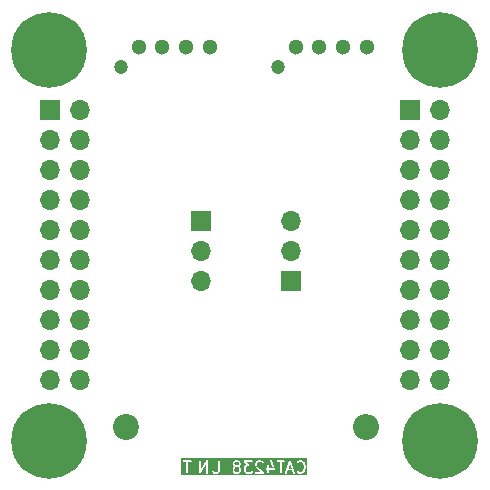
<source format=gbr>
%TF.GenerationSoftware,KiCad,Pcbnew,7.0.9*%
%TF.CreationDate,2023-12-29T11:45:24+09:00*%
%TF.ProjectId,CAT4238_Unit,43415434-3233-4385-9f55-6e69742e6b69,rev?*%
%TF.SameCoordinates,Original*%
%TF.FileFunction,Soldermask,Bot*%
%TF.FilePolarity,Negative*%
%FSLAX46Y46*%
G04 Gerber Fmt 4.6, Leading zero omitted, Abs format (unit mm)*
G04 Created by KiCad (PCBNEW 7.0.9) date 2023-12-29 11:45:24*
%MOMM*%
%LPD*%
G01*
G04 APERTURE LIST*
%ADD10C,0.150000*%
%ADD11R,1.700000X1.700000*%
%ADD12O,1.700000X1.700000*%
%ADD13C,0.800000*%
%ADD14C,6.400000*%
%ADD15C,2.200000*%
%ADD16O,2.200000X2.200000*%
%ADD17C,1.200000*%
%ADD18C,1.300000*%
G04 APERTURE END LIST*
D10*
G36*
X151855572Y-111492648D02*
G01*
X151885979Y-111523055D01*
X151920237Y-111591571D01*
X151920237Y-111746637D01*
X151885978Y-111815153D01*
X151855571Y-111845561D01*
X151787056Y-111879819D01*
X151631990Y-111879819D01*
X151563474Y-111845561D01*
X151533067Y-111815153D01*
X151498809Y-111746637D01*
X151498809Y-111591571D01*
X151533067Y-111523055D01*
X151563474Y-111492648D01*
X151631990Y-111458390D01*
X151787056Y-111458390D01*
X151855572Y-111492648D01*
G37*
G36*
X151855572Y-111064077D02*
G01*
X151885979Y-111094484D01*
X151920237Y-111163000D01*
X151920237Y-111175209D01*
X151885979Y-111243725D01*
X151855572Y-111274132D01*
X151787056Y-111308390D01*
X151631990Y-111308390D01*
X151563474Y-111274132D01*
X151533067Y-111243725D01*
X151498809Y-111175209D01*
X151498809Y-111163000D01*
X151533067Y-111094484D01*
X151563474Y-111064077D01*
X151631990Y-111029819D01*
X151787056Y-111029819D01*
X151855572Y-111064077D01*
G37*
G36*
X156367371Y-111594104D02*
G01*
X156099295Y-111594104D01*
X156233333Y-111191989D01*
X156367371Y-111594104D01*
G37*
G36*
X157689285Y-112172676D02*
G01*
X147016615Y-112172676D01*
X147016615Y-110941795D01*
X147159472Y-110941795D01*
X147168381Y-110992319D01*
X147207681Y-111025296D01*
X147233333Y-111029819D01*
X147444047Y-111029819D01*
X147444047Y-111954819D01*
X147461594Y-112003028D01*
X147506023Y-112028680D01*
X147556547Y-112019771D01*
X147589524Y-111980471D01*
X147594047Y-111954819D01*
X148063094Y-111954819D01*
X148080641Y-112003028D01*
X148125070Y-112028680D01*
X148175594Y-112019771D01*
X148208571Y-111980471D01*
X148213094Y-111954819D01*
X148539285Y-111954819D01*
X148541656Y-111961335D01*
X148540483Y-111968171D01*
X148550222Y-111984868D01*
X148556832Y-112003028D01*
X148562837Y-112006495D01*
X148566332Y-112012487D01*
X148584523Y-112019016D01*
X148601261Y-112028680D01*
X148608092Y-112027475D01*
X148614619Y-112029818D01*
X148632750Y-112023127D01*
X148651785Y-112019771D01*
X148656242Y-112014458D01*
X148662749Y-112012058D01*
X148679403Y-111992029D01*
X149110713Y-111237235D01*
X149110713Y-111954819D01*
X149128260Y-112003028D01*
X149172689Y-112028680D01*
X149223213Y-112019771D01*
X149256190Y-111980471D01*
X149260713Y-111954819D01*
X149260713Y-111764342D01*
X149586904Y-111764342D01*
X149588437Y-111768555D01*
X149587396Y-111772916D01*
X149594822Y-111797883D01*
X149642441Y-111893121D01*
X149643629Y-111894246D01*
X149656489Y-111912612D01*
X149704108Y-111960232D01*
X149705589Y-111960922D01*
X149723601Y-111974282D01*
X149818839Y-112021901D01*
X149823292Y-112022413D01*
X149826728Y-112025296D01*
X149852380Y-112029819D01*
X150042856Y-112029819D01*
X150047069Y-112028285D01*
X150051430Y-112029327D01*
X150076397Y-112021901D01*
X150171635Y-111974282D01*
X150172759Y-111973094D01*
X150191128Y-111960232D01*
X150238746Y-111912613D01*
X150239436Y-111911131D01*
X150252795Y-111893121D01*
X150300414Y-111797883D01*
X150300926Y-111793429D01*
X150303809Y-111789994D01*
X150308332Y-111764342D01*
X151348809Y-111764342D01*
X151350342Y-111768555D01*
X151349301Y-111772916D01*
X151356727Y-111797883D01*
X151404346Y-111893121D01*
X151405534Y-111894246D01*
X151418394Y-111912612D01*
X151466013Y-111960232D01*
X151467494Y-111960922D01*
X151485506Y-111974282D01*
X151580744Y-112021901D01*
X151585197Y-112022413D01*
X151588633Y-112025296D01*
X151614285Y-112029819D01*
X151804761Y-112029819D01*
X151808974Y-112028285D01*
X151813335Y-112029327D01*
X151838302Y-112021901D01*
X151933540Y-111974282D01*
X151934664Y-111973094D01*
X151953033Y-111960232D01*
X152000651Y-111912613D01*
X152001341Y-111911131D01*
X152014700Y-111893121D01*
X152062319Y-111797883D01*
X152062831Y-111793429D01*
X152065714Y-111789994D01*
X152070237Y-111764342D01*
X152301190Y-111764342D01*
X152302723Y-111768555D01*
X152301682Y-111772916D01*
X152309108Y-111797883D01*
X152356727Y-111893121D01*
X152357915Y-111894246D01*
X152370775Y-111912612D01*
X152418394Y-111960232D01*
X152419875Y-111960922D01*
X152437887Y-111974282D01*
X152533125Y-112021901D01*
X152537578Y-112022413D01*
X152541014Y-112025296D01*
X152566666Y-112029819D01*
X152852380Y-112029819D01*
X152856593Y-112028285D01*
X152860954Y-112029327D01*
X152885921Y-112021901D01*
X152981159Y-111974282D01*
X152982283Y-111973094D01*
X153000652Y-111960232D01*
X153048270Y-111912613D01*
X153069951Y-111866116D01*
X153056673Y-111816561D01*
X153014648Y-111787135D01*
X152963540Y-111791607D01*
X152942203Y-111806548D01*
X152903190Y-111845561D01*
X152834675Y-111879819D01*
X152584371Y-111879819D01*
X152515855Y-111845561D01*
X152485448Y-111815153D01*
X152451190Y-111746637D01*
X152451190Y-111543952D01*
X152485448Y-111475436D01*
X152515855Y-111445029D01*
X152584371Y-111410771D01*
X152709523Y-111410771D01*
X152728522Y-111403855D01*
X152748359Y-111399933D01*
X152752109Y-111395270D01*
X152757732Y-111393224D01*
X152767841Y-111375714D01*
X152780516Y-111359959D01*
X152780392Y-111353976D01*
X152783384Y-111348795D01*
X152779872Y-111328881D01*
X152779454Y-111308667D01*
X152775014Y-111301333D01*
X152774475Y-111298271D01*
X152771805Y-111296031D01*
X152765966Y-111286383D01*
X152725847Y-111240533D01*
X153253571Y-111240533D01*
X153254131Y-111242071D01*
X153257420Y-111264250D01*
X153305039Y-111407107D01*
X153307826Y-111410619D01*
X153308217Y-111415086D01*
X153323157Y-111436423D01*
X153766552Y-111879819D01*
X153328571Y-111879819D01*
X153280362Y-111897366D01*
X153254710Y-111941795D01*
X153263619Y-111992319D01*
X153302919Y-112025296D01*
X153328571Y-112029819D01*
X153947618Y-112029819D01*
X153968829Y-112022098D01*
X153990636Y-112016256D01*
X153992604Y-112013444D01*
X153995827Y-112012272D01*
X154007112Y-111992726D01*
X154020063Y-111974231D01*
X154019764Y-111970813D01*
X154021479Y-111967843D01*
X154017559Y-111945616D01*
X154015592Y-111923123D01*
X154012920Y-111919308D01*
X154012570Y-111917319D01*
X154010043Y-111915198D01*
X154000651Y-111901786D01*
X153707327Y-111608461D01*
X154159472Y-111608461D01*
X154168381Y-111658985D01*
X154207681Y-111691962D01*
X154233333Y-111696485D01*
X154301190Y-111696485D01*
X154301190Y-111954819D01*
X154318737Y-112003028D01*
X154363166Y-112028680D01*
X154413690Y-112019771D01*
X154446667Y-111980471D01*
X154451190Y-111954819D01*
X154451190Y-111696485D01*
X154852380Y-111696485D01*
X154857765Y-111694524D01*
X154863381Y-111695674D01*
X154881368Y-111685933D01*
X154900589Y-111678938D01*
X154903454Y-111673974D01*
X154908495Y-111671245D01*
X154916011Y-111652225D01*
X154926241Y-111634509D01*
X154925245Y-111628863D01*
X154927352Y-111623533D01*
X154923531Y-111597767D01*
X154704873Y-110941795D01*
X155064234Y-110941795D01*
X155073143Y-110992319D01*
X155112443Y-111025296D01*
X155138095Y-111029819D01*
X155348809Y-111029819D01*
X155348809Y-111954819D01*
X155366356Y-112003028D01*
X155410785Y-112028680D01*
X155461309Y-112019771D01*
X155494286Y-111980471D01*
X155498809Y-111954819D01*
X155498809Y-111931102D01*
X155828849Y-111931102D01*
X155830250Y-111982386D01*
X155864287Y-112020771D01*
X155915036Y-112028296D01*
X155958748Y-112001441D01*
X155971151Y-111978536D01*
X156049295Y-111744104D01*
X156417371Y-111744104D01*
X156495515Y-111978536D01*
X156527406Y-112018722D01*
X156577667Y-112029008D01*
X156622781Y-112004579D01*
X156641638Y-111956867D01*
X156637817Y-111931102D01*
X156341957Y-111043521D01*
X156777667Y-111043521D01*
X156790944Y-111093075D01*
X156832970Y-111122502D01*
X156884077Y-111118030D01*
X156905414Y-111103090D01*
X156940514Y-111067990D01*
X157055027Y-111029819D01*
X157125925Y-111029819D01*
X157240438Y-111067990D01*
X157314551Y-111142103D01*
X157353044Y-111219090D01*
X157396428Y-111392624D01*
X157396428Y-111517013D01*
X157353044Y-111690547D01*
X157314550Y-111767534D01*
X157240438Y-111841647D01*
X157125925Y-111879819D01*
X157055027Y-111879819D01*
X156940514Y-111841648D01*
X156905415Y-111806548D01*
X156858918Y-111784866D01*
X156809363Y-111798143D01*
X156779937Y-111840168D01*
X156784407Y-111891275D01*
X156799347Y-111912612D01*
X156846966Y-111960232D01*
X156851030Y-111962127D01*
X156853378Y-111965948D01*
X156876283Y-111978351D01*
X157019139Y-112025970D01*
X157020774Y-112025925D01*
X157042857Y-112029819D01*
X157138095Y-112029819D01*
X157139633Y-112029258D01*
X157161812Y-112025970D01*
X157304669Y-111978351D01*
X157308181Y-111975563D01*
X157312648Y-111975173D01*
X157333985Y-111960233D01*
X157429224Y-111864993D01*
X157429915Y-111863510D01*
X157443272Y-111845502D01*
X157490891Y-111750264D01*
X157491297Y-111746735D01*
X157496570Y-111734913D01*
X157544189Y-111544437D01*
X157543828Y-111540988D01*
X157546428Y-111526247D01*
X157546428Y-111383390D01*
X157545242Y-111380132D01*
X157544189Y-111365200D01*
X157496570Y-111174724D01*
X157494581Y-111171779D01*
X157490891Y-111159373D01*
X157443272Y-111064135D01*
X157442085Y-111063011D01*
X157429223Y-111044643D01*
X157333985Y-110949405D01*
X157329921Y-110947510D01*
X157327574Y-110943689D01*
X157304669Y-110931287D01*
X157161812Y-110883668D01*
X157160177Y-110883712D01*
X157138095Y-110879819D01*
X157042857Y-110879819D01*
X157041319Y-110880378D01*
X157019139Y-110883668D01*
X156876283Y-110931287D01*
X156872770Y-110934074D01*
X156868304Y-110934465D01*
X156846967Y-110949405D01*
X156799348Y-110997024D01*
X156777667Y-111043521D01*
X156341957Y-111043521D01*
X156304484Y-110931102D01*
X156303141Y-110929410D01*
X156303083Y-110927253D01*
X156287341Y-110909500D01*
X156272593Y-110890916D01*
X156270478Y-110890483D01*
X156269045Y-110888867D01*
X156245576Y-110885387D01*
X156222332Y-110880630D01*
X156220432Y-110881658D01*
X156218297Y-110881342D01*
X156198079Y-110893762D01*
X156177218Y-110905059D01*
X156176424Y-110907066D01*
X156174584Y-110908197D01*
X156162182Y-110931102D01*
X155828849Y-111931102D01*
X155498809Y-111931102D01*
X155498809Y-111029819D01*
X155709523Y-111029819D01*
X155757732Y-111012272D01*
X155783384Y-110967843D01*
X155774475Y-110917319D01*
X155735175Y-110884342D01*
X155709523Y-110879819D01*
X155138095Y-110879819D01*
X155089886Y-110897366D01*
X155064234Y-110941795D01*
X154704873Y-110941795D01*
X154685436Y-110883483D01*
X154653545Y-110843297D01*
X154603284Y-110833011D01*
X154558170Y-110857440D01*
X154539313Y-110905151D01*
X154543134Y-110930917D01*
X154748323Y-111546485D01*
X154451190Y-111546485D01*
X154451190Y-111288152D01*
X154433643Y-111239943D01*
X154389214Y-111214291D01*
X154338690Y-111223200D01*
X154305713Y-111262500D01*
X154301190Y-111288152D01*
X154301190Y-111546485D01*
X154233333Y-111546485D01*
X154185124Y-111564032D01*
X154159472Y-111608461D01*
X153707327Y-111608461D01*
X153441742Y-111342876D01*
X153403571Y-111228362D01*
X153403571Y-111163000D01*
X153437829Y-111094484D01*
X153468236Y-111064077D01*
X153536752Y-111029819D01*
X153739437Y-111029819D01*
X153807953Y-111064077D01*
X153846966Y-111103090D01*
X153893462Y-111124771D01*
X153943017Y-111111494D01*
X153972443Y-111069468D01*
X153967972Y-111018361D01*
X153953032Y-110997024D01*
X153905413Y-110949405D01*
X153903931Y-110948714D01*
X153885921Y-110935356D01*
X153790683Y-110887737D01*
X153786229Y-110887224D01*
X153782794Y-110884342D01*
X153757142Y-110879819D01*
X153519047Y-110879819D01*
X153514833Y-110881352D01*
X153510472Y-110880311D01*
X153485506Y-110887737D01*
X153390268Y-110935356D01*
X153389142Y-110936545D01*
X153370776Y-110949405D01*
X153323157Y-110997024D01*
X153322466Y-110998505D01*
X153309108Y-111016516D01*
X153261489Y-111111754D01*
X153260976Y-111116207D01*
X153258094Y-111119643D01*
X153253571Y-111145295D01*
X153253571Y-111240533D01*
X152725847Y-111240533D01*
X152541472Y-111029819D01*
X152995237Y-111029819D01*
X153043446Y-111012272D01*
X153069098Y-110967843D01*
X153060189Y-110917319D01*
X153020889Y-110884342D01*
X152995237Y-110879819D01*
X152376190Y-110879819D01*
X152357190Y-110886734D01*
X152337354Y-110890657D01*
X152333603Y-110895319D01*
X152327981Y-110897366D01*
X152317870Y-110914877D01*
X152305197Y-110930632D01*
X152305320Y-110936613D01*
X152302329Y-110941795D01*
X152305840Y-110961708D01*
X152306259Y-110981923D01*
X152310698Y-110989256D01*
X152311238Y-110992319D01*
X152313907Y-110994558D01*
X152319747Y-111004207D01*
X152547442Y-111264430D01*
X152533125Y-111268689D01*
X152437887Y-111316308D01*
X152436761Y-111317497D01*
X152418395Y-111330357D01*
X152370776Y-111377976D01*
X152370085Y-111379457D01*
X152356727Y-111397468D01*
X152309108Y-111492706D01*
X152308595Y-111497159D01*
X152305713Y-111500595D01*
X152301190Y-111526247D01*
X152301190Y-111764342D01*
X152070237Y-111764342D01*
X152070237Y-111573866D01*
X152068703Y-111569652D01*
X152069745Y-111565291D01*
X152062319Y-111540325D01*
X152014700Y-111445087D01*
X152013510Y-111443961D01*
X152000651Y-111425595D01*
X151958446Y-111383390D01*
X152000651Y-111341185D01*
X152001342Y-111339703D01*
X152014700Y-111321693D01*
X152062319Y-111226455D01*
X152062831Y-111222001D01*
X152065714Y-111218566D01*
X152070237Y-111192914D01*
X152070237Y-111145295D01*
X152068703Y-111141081D01*
X152069745Y-111136720D01*
X152062319Y-111111754D01*
X152014700Y-111016516D01*
X152013510Y-111015390D01*
X152000651Y-110997024D01*
X151953032Y-110949405D01*
X151951550Y-110948714D01*
X151933540Y-110935356D01*
X151838302Y-110887737D01*
X151833848Y-110887224D01*
X151830413Y-110884342D01*
X151804761Y-110879819D01*
X151614285Y-110879819D01*
X151610071Y-110881352D01*
X151605710Y-110880311D01*
X151580744Y-110887737D01*
X151485506Y-110935356D01*
X151484380Y-110936545D01*
X151466014Y-110949405D01*
X151418395Y-110997024D01*
X151417704Y-110998505D01*
X151404346Y-111016516D01*
X151356727Y-111111754D01*
X151356214Y-111116207D01*
X151353332Y-111119643D01*
X151348809Y-111145295D01*
X151348809Y-111192914D01*
X151350342Y-111197127D01*
X151349301Y-111201488D01*
X151356727Y-111226455D01*
X151404346Y-111321693D01*
X151405535Y-111322818D01*
X151418395Y-111341185D01*
X151460600Y-111383390D01*
X151418395Y-111425595D01*
X151417704Y-111427076D01*
X151404346Y-111445087D01*
X151356727Y-111540325D01*
X151356214Y-111544778D01*
X151353332Y-111548214D01*
X151348809Y-111573866D01*
X151348809Y-111764342D01*
X150308332Y-111764342D01*
X150308332Y-110954819D01*
X150290785Y-110906610D01*
X150246356Y-110880958D01*
X150195832Y-110889867D01*
X150162855Y-110929167D01*
X150158332Y-110954819D01*
X150158332Y-111746637D01*
X150124073Y-111815153D01*
X150093666Y-111845561D01*
X150025151Y-111879819D01*
X149870085Y-111879819D01*
X149801569Y-111845561D01*
X149771162Y-111815153D01*
X149736904Y-111746637D01*
X149736904Y-110954819D01*
X149719357Y-110906610D01*
X149674928Y-110880958D01*
X149624404Y-110889867D01*
X149591427Y-110929167D01*
X149586904Y-110954819D01*
X149586904Y-111764342D01*
X149260713Y-111764342D01*
X149260713Y-110954819D01*
X149258340Y-110948301D01*
X149259515Y-110941466D01*
X149249775Y-110924768D01*
X149243166Y-110906610D01*
X149237161Y-110903142D01*
X149233666Y-110897151D01*
X149215474Y-110890621D01*
X149198737Y-110880958D01*
X149191905Y-110882162D01*
X149185379Y-110879820D01*
X149167247Y-110886510D01*
X149148213Y-110889867D01*
X149143755Y-110895179D01*
X149137249Y-110897580D01*
X149120595Y-110917608D01*
X148689285Y-111672402D01*
X148689285Y-110954819D01*
X148671738Y-110906610D01*
X148627309Y-110880958D01*
X148576785Y-110889867D01*
X148543808Y-110929167D01*
X148539285Y-110954819D01*
X148539285Y-111954819D01*
X148213094Y-111954819D01*
X148213094Y-110954819D01*
X148195547Y-110906610D01*
X148151118Y-110880958D01*
X148100594Y-110889867D01*
X148067617Y-110929167D01*
X148063094Y-110954819D01*
X148063094Y-111954819D01*
X147594047Y-111954819D01*
X147594047Y-111029819D01*
X147804761Y-111029819D01*
X147852970Y-111012272D01*
X147878622Y-110967843D01*
X147869713Y-110917319D01*
X147830413Y-110884342D01*
X147804761Y-110879819D01*
X147233333Y-110879819D01*
X147185124Y-110897366D01*
X147159472Y-110941795D01*
X147016615Y-110941795D01*
X147016615Y-110690154D01*
X157689285Y-110690154D01*
X157689285Y-112172676D01*
G37*
D11*
%TO.C,J5*%
X135890000Y-81240000D03*
D12*
X138430000Y-81240000D03*
X135890000Y-83780000D03*
X138430000Y-83780000D03*
X135890000Y-86320000D03*
X138430000Y-86320000D03*
X135890000Y-88860000D03*
X138430000Y-88860000D03*
X135890000Y-91400000D03*
X138430000Y-91400000D03*
X135890000Y-93940000D03*
X138430000Y-93940000D03*
X135890000Y-96480000D03*
X138430000Y-96480000D03*
X135890000Y-99020000D03*
X138430000Y-99020000D03*
X135890000Y-101560000D03*
X138430000Y-101560000D03*
X135890000Y-104100000D03*
X138430000Y-104100000D03*
%TD*%
D13*
%TO.C,H2*%
X133450000Y-109220000D03*
X134152944Y-107522944D03*
X134152944Y-110917056D03*
X135850000Y-106820000D03*
D14*
X135850000Y-109220000D03*
D13*
X135850000Y-111620000D03*
X137547056Y-107522944D03*
X137547056Y-110917056D03*
X138250000Y-109220000D03*
%TD*%
D15*
%TO.C,L1*%
X142340000Y-108100000D03*
D16*
X162660000Y-108100000D03*
%TD*%
D13*
%TO.C,H1*%
X133450000Y-76120000D03*
X134152944Y-74422944D03*
X134152944Y-77817056D03*
X135850000Y-73720000D03*
D14*
X135850000Y-76120000D03*
D13*
X135850000Y-78520000D03*
X137547056Y-74422944D03*
X137547056Y-77817056D03*
X138250000Y-76120000D03*
%TD*%
D11*
%TO.C,J6*%
X166370000Y-81240000D03*
D12*
X168910000Y-81240000D03*
X166370000Y-83780000D03*
X168910000Y-83780000D03*
X166370000Y-86320000D03*
X168910000Y-86320000D03*
X166370000Y-88860000D03*
X168910000Y-88860000D03*
X166370000Y-91400000D03*
X168910000Y-91400000D03*
X166370000Y-93940000D03*
X168910000Y-93940000D03*
X166370000Y-96480000D03*
X168910000Y-96480000D03*
X166370000Y-99020000D03*
X168910000Y-99020000D03*
X166370000Y-101560000D03*
X168910000Y-101560000D03*
X166370000Y-104100000D03*
X168910000Y-104100000D03*
%TD*%
D17*
%TO.C,J2*%
X141900000Y-77600000D03*
D18*
X143400000Y-75900000D03*
X145400000Y-75900000D03*
X147400000Y-75900000D03*
X149400000Y-75900000D03*
%TD*%
D13*
%TO.C,H3*%
X166550000Y-76120000D03*
X167252944Y-74422944D03*
X167252944Y-77817056D03*
X168950000Y-73720000D03*
D14*
X168950000Y-76120000D03*
D13*
X168950000Y-78520000D03*
X170647056Y-74422944D03*
X170647056Y-77817056D03*
X171350000Y-76120000D03*
%TD*%
D11*
%TO.C,J3*%
X148680000Y-90620000D03*
D12*
X148680000Y-93160000D03*
X148680000Y-95700000D03*
%TD*%
D17*
%TO.C,J1*%
X155200000Y-77600000D03*
D18*
X156700000Y-75900000D03*
X158700000Y-75900000D03*
X160700000Y-75900000D03*
X162700000Y-75900000D03*
%TD*%
D13*
%TO.C,H4*%
X166550000Y-109220000D03*
X167252944Y-107522944D03*
X167252944Y-110917056D03*
X168950000Y-106820000D03*
D14*
X168950000Y-109220000D03*
D13*
X168950000Y-111620000D03*
X170647056Y-107522944D03*
X170647056Y-110917056D03*
X171350000Y-109220000D03*
%TD*%
D11*
%TO.C,J4*%
X156300000Y-95700000D03*
D12*
X156300000Y-93160000D03*
X156300000Y-90620000D03*
%TD*%
M02*

</source>
